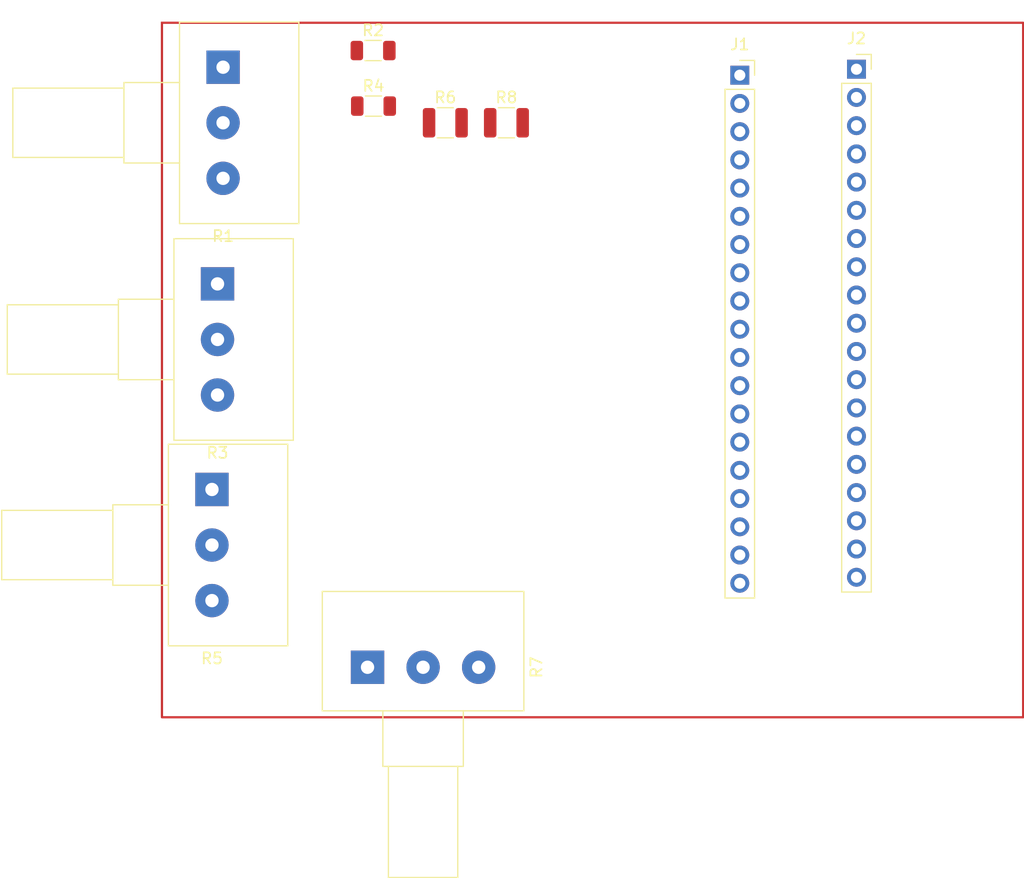
<source format=kicad_pcb>
(kicad_pcb (version 20240108) (generator "pcbnew") (generator_version "8.0")
  (layers (0 "F.Cu" signal) (31 "B.Cu" signal) (34 "B.Paste" user) (35 "F.Paste" user) (36 "B.SilkS" user "B.Silkscreen") (37 "F.SilkS" user "F.Silkscreen") (38 "B.Mask" user) (39 "F.Mask" user) (44 "Edge.Cuts" user))
  (net 0 "")
  (net 21 "Signal 1")
  (net 37 "Signal 2")
  (net 38 "Net-(U1A--)")
  (net 39 "Net-(R1-Pad1)")
  (net 40 "GND")
  (net 41 "Net-(U2B--)")
  (net 42 "Net-(R3-Pad1)")
  (net 43 "Net-(U1D--)")
  (net 44 "Net-(R5-Pad1)")
  (net 45 "Net-(U3C--)")
  (net 46 "Net-(R7-Pad1)")
  (footprint "Potentiometer_THT:Potentiometer_Alps_RK163_Single_Horizontal" (layer "F.Cu") (at 56.5 19.5)
    (property "Reference" "R1" (at 0 15.2 180) (layer "F.SilkS"))
    (property "Value" "R_Variable")
    (fp_line (start -18.92 8.12) (end -18.92 1.88) (stroke (width 0.12)) (layer "F.SilkS"))
    (fp_line (start -8.92 1.88) (end -18.92 1.88) (stroke (width 0.12)) (layer "F.SilkS"))
    (fp_line (start -8.92 8.12) (end -18.92 8.12) (stroke (width 0.12)) (layer "F.SilkS"))
    (fp_line (start -8.92 8.62) (end -8.92 1.38) (stroke (width 0.12)) (layer "F.SilkS"))
    (fp_line (start -3.92 1.38) (end -8.92 1.38) (stroke (width 0.12)) (layer "F.SilkS"))
    (fp_line (start -3.92 8.62) (end -8.92 8.62) (stroke (width 0.12)) (layer "F.SilkS"))
    (fp_line (start -3.92 14.07) (end -3.92 -4.07) (stroke (width 0.12)) (layer "F.SilkS"))
    (fp_line (start 6.82 -4.07) (end -3.92 -4.07) (stroke (width 0.12)) (layer "F.SilkS"))
    (fp_line (start 6.82 14.07) (end -3.92 14.07) (stroke (width 0.12)) (layer "F.SilkS"))
    (fp_line (start 6.82 14.07) (end 6.82 -4.07) (stroke (width 0.12)) (layer "F.SilkS"))
    (pad "1" thru_hole rect (at 0 0 180) (size 3 3) (drill 1.2) (layers "*.Cu" "*.Mask") (net 39 "Net-(R1-Pad1)"))
    (pad "2" thru_hole circle (at 0 5 180) (size 3 3) (drill 1.2) (layers "*.Cu" "*.Mask") (net 38 "Net-(U1A--)"))
    (pad "3" thru_hole circle (at 0 10 180) (size 3 3) (drill 1.2) (layers "*.Cu" "*.Mask"))
  )
  (footprint "Potentiometer_THT:Potentiometer_Alps_RK163_Single_Horizontal" (layer "F.Cu") (at 55.5 57.5)
    (property "Reference" "R5" (at 0 15.2 180) (layer "F.SilkS"))
    (property "Value" "R_Variable")
    (fp_line (start -18.92 8.12) (end -18.92 1.88) (stroke (width 0.12)) (layer "F.SilkS"))
    (fp_line (start -8.92 1.88) (end -18.92 1.88) (stroke (width 0.12)) (layer "F.SilkS"))
    (fp_line (start -8.92 8.12) (end -18.92 8.12) (stroke (width 0.12)) (layer "F.SilkS"))
    (fp_line (start -8.92 8.62) (end -8.92 1.38) (stroke (width 0.12)) (layer "F.SilkS"))
    (fp_line (start -3.92 1.38) (end -8.92 1.38) (stroke (width 0.12)) (layer "F.SilkS"))
    (fp_line (start -3.92 8.62) (end -8.92 8.62) (stroke (width 0.12)) (layer "F.SilkS"))
    (fp_line (start -3.92 14.07) (end -3.92 -4.07) (stroke (width 0.12)) (layer "F.SilkS"))
    (fp_line (start 6.82 -4.07) (end -3.92 -4.07) (stroke (width 0.12)) (layer "F.SilkS"))
    (fp_line (start 6.82 14.07) (end -3.92 14.07) (stroke (width 0.12)) (layer "F.SilkS"))
    (fp_line (start 6.82 14.07) (end 6.82 -4.07) (stroke (width 0.12)) (layer "F.SilkS"))
    (pad "1" thru_hole rect (at 0 0 180) (size 3 3) (drill 1.2) (layers "*.Cu" "*.Mask") (net 44 "Net-(R5-Pad1)"))
    (pad "2" thru_hole circle (at 0 5 180) (size 3 3) (drill 1.2) (layers "*.Cu" "*.Mask") (net 43 "Net-(U1D--)"))
    (pad "3" thru_hole circle (at 0 10 180) (size 3 3) (drill 1.2) (layers "*.Cu" "*.Mask"))
  )
  (footprint "Resistor_SMD:R_1210_3225Metric" (layer "F.Cu") (at 76.5 24.5)
    (property "Reference" "R6" (at 0 -2.28 0) (layer "F.SilkS"))
    (property "Value" "1k")
    (fp_line (start -0.723737 -1.355) (end 0.723737 -1.355) (stroke (width 0.12)) (layer "F.SilkS"))
    (fp_line (start -0.723737 1.355) (end 0.723737 1.355) (stroke (width 0.12)) (layer "F.SilkS"))
    (pad "1" smd roundrect (at -1.4625 0) (size 1.125 2.65) (layers "F.Cu" "F.Paste" "F.Mask") (roundrect_rratio 0.222222) (net 40 "GND"))
    (pad "2" smd roundrect (at 1.4625 0) (size 1.125 2.65) (layers "F.Cu" "F.Paste" "F.Mask") (roundrect_rratio 0.222222) (net 43 "Net-(U1D--)"))
  )
  (footprint "Potentiometer_THT:Potentiometer_Alps_RK163_Single_Horizontal" (layer "F.Cu") (at 56 39)
    (property "Reference" "R3" (at 0 15.2 180) (layer "F.SilkS"))
    (property "Value" "R_Variable")
    (fp_line (start -18.92 8.12) (end -18.92 1.88) (stroke (width 0.12)) (layer "F.SilkS"))
    (fp_line (start -8.92 1.88) (end -18.92 1.88) (stroke (width 0.12)) (layer "F.SilkS"))
    (fp_line (start -8.92 8.12) (end -18.92 8.12) (stroke (width 0.12)) (layer "F.SilkS"))
    (fp_line (start -8.92 8.62) (end -8.92 1.38) (stroke (width 0.12)) (layer "F.SilkS"))
    (fp_line (start -3.92 1.38) (end -8.92 1.38) (stroke (width 0.12)) (layer "F.SilkS"))
    (fp_line (start -3.92 8.62) (end -8.92 8.62) (stroke (width 0.12)) (layer "F.SilkS"))
    (fp_line (start -3.92 14.07) (end -3.92 -4.07) (stroke (width 0.12)) (layer "F.SilkS"))
    (fp_line (start 6.82 -4.07) (end -3.92 -4.07) (stroke (width 0.12)) (layer "F.SilkS"))
    (fp_line (start 6.82 14.07) (end -3.92 14.07) (stroke (width 0.12)) (layer "F.SilkS"))
    (fp_line (start 6.82 14.07) (end 6.82 -4.07) (stroke (width 0.12)) (layer "F.SilkS"))
    (pad "1" thru_hole rect (at 0 0 180) (size 3 3) (drill 1.2) (layers "*.Cu" "*.Mask") (net 42 "Net-(R3-Pad1)"))
    (pad "2" thru_hole circle (at 0 5 180) (size 3 3) (drill 1.2) (layers "*.Cu" "*.Mask") (net 41 "Net-(U2B--)"))
    (pad "3" thru_hole circle (at 0 10 180) (size 3 3) (drill 1.2) (layers "*.Cu" "*.Mask"))
  )
  (footprint "Resistor_SMD:R_1206_3216Metric" (layer "F.Cu") (at 70.0375 23)
    (property "Reference" "R4" (at 0 -1.82 0) (layer "F.SilkS"))
    (property "Value" "1k")
    (fp_line (start -0.727064 -0.91) (end 0.727064 -0.91) (stroke (width 0.12)) (layer "F.SilkS"))
    (fp_line (start -0.727064 0.91) (end 0.727064 0.91) (stroke (width 0.12)) (layer "F.SilkS"))
    (pad "1" smd roundrect (at -1.4625 0) (size 1.125 1.75) (layers "F.Cu" "F.Paste" "F.Mask") (roundrect_rratio 0.222222) (net 40 "GND"))
    (pad "2" smd roundrect (at 1.4625 0) (size 1.125 1.75) (layers "F.Cu" "F.Paste" "F.Mask") (roundrect_rratio 0.222222) (net 41 "Net-(U2B--)"))
  )
  (footprint "Connector_PinSocket_2.54mm:PinSocket_1x19_P2.54mm_Vertical" (layer "F.Cu") (at 103 20.22)
    (property "Reference" "J1" (at 0 -2.77 0) (layer "F.SilkS"))
    (property "Value" "Conn_01x19_Socket")
    (fp_line (start -1.33 1.27) (end -1.33 47.05) (stroke (width 0.12)) (layer "F.SilkS"))
    (fp_line (start -1.33 1.27) (end 1.33 1.27) (stroke (width 0.12)) (layer "F.SilkS"))
    (fp_line (start -1.33 47.05) (end 1.33 47.05) (stroke (width 0.12)) (layer "F.SilkS"))
    (fp_line (start 0 -1.33) (end 1.33 -1.33) (stroke (width 0.12)) (layer "F.SilkS"))
    (fp_line (start 1.33 -1.33) (end 1.33 0) (stroke (width 0.12)) (layer "F.SilkS"))
    (fp_line (start 1.33 1.27) (end 1.33 47.05) (stroke (width 0.12)) (layer "F.SilkS"))
    (pad "1" thru_hole rect (at 0 0) (size 1.7 1.7) (drill 1) (layers "*.Cu" "*.Mask"))
    (pad "2" thru_hole oval (at 0 2.54) (size 1.7 1.7) (drill 1) (layers "*.Cu" "*.Mask"))
    (pad "3" thru_hole oval (at 0 5.08) (size 1.7 1.7) (drill 1) (layers "*.Cu" "*.Mask"))
    (pad "4" thru_hole oval (at 0 7.62) (size 1.7 1.7) (drill 1) (layers "*.Cu" "*.Mask"))
    (pad "5" thru_hole oval (at 0 10.16) (size 1.7 1.7) (drill 1) (layers "*.Cu" "*.Mask"))
    (pad "6" thru_hole oval (at 0 12.7) (size 1.7 1.7) (drill 1) (layers "*.Cu" "*.Mask"))
    (pad "7" thru_hole oval (at 0 15.24) (size 1.7 1.7) (drill 1) (layers "*.Cu" "*.Mask"))
    (pad "8" thru_hole oval (at 0 17.78) (size 1.7 1.7) (drill 1) (layers "*.Cu" "*.Mask"))
    (pad "9" thru_hole oval (at 0 20.32) (size 1.7 1.7) (drill 1) (layers "*.Cu" "*.Mask"))
    (pad "10" thru_hole oval (at 0 22.86) (size 1.7 1.7) (drill 1) (layers "*.Cu" "*.Mask"))
    (pad "11" thru_hole oval (at 0 25.4) (size 1.7 1.7) (drill 1) (layers "*.Cu" "*.Mask"))
    (pad "12" thru_hole oval (at 0 27.94) (size 1.7 1.7) (drill 1) (layers "*.Cu" "*.Mask"))
    (pad "13" thru_hole oval (at 0 30.48) (size 1.7 1.7) (drill 1) (layers "*.Cu" "*.Mask"))
    (pad "14" thru_hole oval (at 0 33.02) (size 1.7 1.7) (drill 1) (layers "*.Cu" "*.Mask"))
    (pad "15" thru_hole oval (at 0 35.56) (size 1.7 1.7) (drill 1) (layers "*.Cu" "*.Mask"))
    (pad "16" thru_hole oval (at 0 38.1) (size 1.7 1.7) (drill 1) (layers "*.Cu" "*.Mask"))
    (pad "17" thru_hole oval (at 0 40.64) (size 1.7 1.7) (drill 1) (layers "*.Cu" "*.Mask"))
    (pad "18" thru_hole oval (at 0 43.18) (size 1.7 1.7) (drill 1) (layers "*.Cu" "*.Mask"))
    (pad "19" thru_hole oval (at 0 45.72) (size 1.7 1.7) (drill 1) (layers "*.Cu" "*.Mask"))
  )
  (footprint "Resistor_SMD:R_1206_3216Metric" (layer "F.Cu") (at 70 18)
    (property "Reference" "R2" (at 0 -1.82 0) (layer "F.SilkS"))
    (property "Value" "1k")
    (fp_line (start -0.727064 -0.91) (end 0.727064 -0.91) (stroke (width 0.12)) (layer "F.SilkS"))
    (fp_line (start -0.727064 0.91) (end 0.727064 0.91) (stroke (width 0.12)) (layer "F.SilkS"))
    (pad "1" smd roundrect (at -1.4625 0) (size 1.125 1.75) (layers "F.Cu" "F.Paste" "F.Mask") (roundrect_rratio 0.222222) (net 40 "GND"))
    (pad "2" smd roundrect (at 1.4625 0) (size 1.125 1.75) (layers "F.Cu" "F.Paste" "F.Mask") (roundrect_rratio 0.222222) (net 38 "Net-(U1A--)"))
  )
  (footprint "Connector_PinSocket_2.54mm:PinSocket_1x19_P2.54mm_Vertical" (layer "F.Cu") (at 113.5 19.68)
    (property "Reference" "J2" (at 0 -2.77 0) (layer "F.SilkS"))
    (property "Value" "Conn_01x19_Socket")
    (fp_line (start -1.33 1.27) (end -1.33 47.05) (stroke (width 0.12)) (layer "F.SilkS"))
    (fp_line (start -1.33 1.27) (end 1.33 1.27) (stroke (width 0.12)) (layer "F.SilkS"))
    (fp_line (start -1.33 47.05) (end 1.33 47.05) (stroke (width 0.12)) (layer "F.SilkS"))
    (fp_line (start 0 -1.33) (end 1.33 -1.33) (stroke (width 0.12)) (layer "F.SilkS"))
    (fp_line (start 1.33 -1.33) (end 1.33 0) (stroke (width 0.12)) (layer "F.SilkS"))
    (fp_line (start 1.33 1.27) (end 1.33 47.05) (stroke (width 0.12)) (layer "F.SilkS"))
    (pad "1" thru_hole rect (at 0 0) (size 1.7 1.7) (drill 1) (layers "*.Cu" "*.Mask"))
    (pad "2" thru_hole oval (at 0 2.54) (size 1.7 1.7) (drill 1) (layers "*.Cu" "*.Mask"))
    (pad "3" thru_hole oval (at 0 5.08) (size 1.7 1.7) (drill 1) (layers "*.Cu" "*.Mask"))
    (pad "4" thru_hole oval (at 0 7.62) (size 1.7 1.7) (drill 1) (layers "*.Cu" "*.Mask"))
    (pad "5" thru_hole oval (at 0 10.16) (size 1.7 1.7) (drill 1) (layers "*.Cu" "*.Mask"))
    (pad "6" thru_hole oval (at 0 12.7) (size 1.7 1.7) (drill 1) (layers "*.Cu" "*.Mask") (net 21 "Signal 1"))
    (pad "7" thru_hole oval (at 0 15.24) (size 1.7 1.7) (drill 1) (layers "*.Cu" "*.Mask"))
    (pad "8" thru_hole oval (at 0 17.78) (size 1.7 1.7) (drill 1) (layers "*.Cu" "*.Mask"))
    (pad "9" thru_hole oval (at 0 20.32) (size 1.7 1.7) (drill 1) (layers "*.Cu" "*.Mask"))
    (pad "10" thru_hole oval (at 0 22.86) (size 1.7 1.7) (drill 1) (layers "*.Cu" "*.Mask") (net 37 "Signal 2"))
    (pad "11" thru_hole oval (at 0 25.4) (size 1.7 1.7) (drill 1) (layers "*.Cu" "*.Mask"))
    (pad "12" thru_hole oval (at 0 27.94) (size 1.7 1.7) (drill 1) (layers "*.Cu" "*.Mask"))
    (pad "13" thru_hole oval (at 0 30.48) (size 1.7 1.7) (drill 1) (layers "*.Cu" "*.Mask"))
    (pad "14" thru_hole oval (at 0 33.02) (size 1.7 1.7) (drill 1) (layers "*.Cu" "*.Mask"))
    (pad "15" thru_hole oval (at 0 35.56) (size 1.7 1.7) (drill 1) (layers "*.Cu" "*.Mask"))
    (pad "16" thru_hole oval (at 0 38.1) (size 1.7 1.7) (drill 1) (layers "*.Cu" "*.Mask"))
    (pad "17" thru_hole oval (at 0 40.64) (size 1.7 1.7) (drill 1) (layers "*.Cu" "*.Mask"))
    (pad "18" thru_hole oval (at 0 43.18) (size 1.7 1.7) (drill 1) (layers "*.Cu" "*.Mask"))
    (pad "19" thru_hole oval (at 0 45.72) (size 1.7 1.7) (drill 1) (layers "*.Cu" "*.Mask"))
  )
  (footprint "Resistor_SMD:R_1210_3225Metric" (layer "F.Cu") (at 82 24.5)
    (property "Reference" "R8" (at 0 -2.28 0) (layer "F.SilkS"))
    (property "Value" "1k")
    (fp_line (start -0.723737 -1.355) (end 0.723737 -1.355) (stroke (width 0.12)) (layer "F.SilkS"))
    (fp_line (start -0.723737 1.355) (end 0.723737 1.355) (stroke (width 0.12)) (layer "F.SilkS"))
    (pad "1" smd roundrect (at -1.4625 0) (size 1.125 2.65) (layers "F.Cu" "F.Paste" "F.Mask") (roundrect_rratio 0.222222) (net 40 "GND"))
    (pad "2" smd roundrect (at 1.4625 0) (size 1.125 2.65) (layers "F.Cu" "F.Paste" "F.Mask") (roundrect_rratio 0.222222) (net 45 "Net-(U3C--)"))
  )
  (footprint "Potentiometer_THT:Potentiometer_Alps_RK163_Single_Horizontal" (layer "F.Cu") (at 69.5 73.5 90)
    (property "Reference" "R7" (at 0 15.2 90) (layer "F.SilkS"))
    (property "Value" "R_Variable")
    (fp_line (start 6.82 -4.07) (end -3.92 -4.07) (stroke (width 0.12)) (layer "F.SilkS"))
    (fp_line (start -3.92 1.38) (end -8.92 1.38) (stroke (width 0.12)) (layer "F.SilkS"))
    (fp_line (start -8.92 1.88) (end -18.92 1.88) (stroke (width 0.12)) (layer "F.SilkS"))
    (fp_line (start -8.92 8.12) (end -18.92 8.12) (stroke (width 0.12)) (layer "F.SilkS"))
    (fp_line (start -18.92 8.12) (end -18.92 1.88) (stroke (width 0.12)) (layer "F.SilkS"))
    (fp_line (start -3.92 8.62) (end -8.92 8.62) (stroke (width 0.12)) (layer "F.SilkS"))
    (fp_line (start -8.92 8.62) (end -8.92 1.38) (stroke (width 0.12)) (layer "F.SilkS"))
    (fp_line (start 6.82 14.07) (end 6.82 -4.07) (stroke (width 0.12)) (layer "F.SilkS"))
    (fp_line (start 6.82 14.07) (end -3.92 14.07) (stroke (width 0.12)) (layer "F.SilkS"))
    (fp_line (start -3.92 14.07) (end -3.92 -4.07) (stroke (width 0.12)) (layer "F.SilkS"))
    (pad "1" thru_hole rect (at 0 0 270) (size 3 3) (drill 1.2) (layers "*.Cu" "*.Mask") (net 46 "Net-(R7-Pad1)"))
    (pad "2" thru_hole circle (at 0 5 270) (size 3 3) (drill 1.2) (layers "*.Cu" "*.Mask") (net 45 "Net-(U3C--)"))
    (pad "3" thru_hole circle (at 0 10 270) (size 3 3) (drill 1.2) (layers "*.Cu" "*.Mask"))
  )
  (gr_rect (start 51 15.5) (end 128.5 78) (stroke (width 0.2)) (fill none) (layer "F.Cu"))
)
</source>
